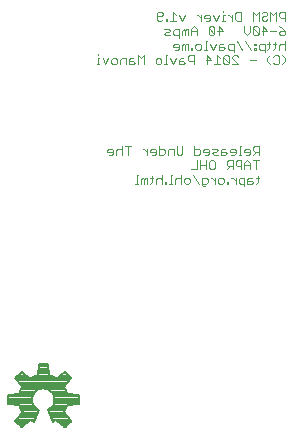
<source format=gbo>
G75*
%MOIN*%
%OFA0B0*%
%FSLAX24Y24*%
%IPPOS*%
%LPD*%
%AMOC8*
5,1,8,0,0,1.08239X$1,22.5*
%
%ADD10C,0.0030*%
%ADD11C,0.0079*%
D10*
X006877Y015042D02*
X006829Y015091D01*
X006829Y015333D01*
X006974Y015333D01*
X007022Y015284D01*
X007022Y015187D01*
X006974Y015139D01*
X006829Y015139D01*
X006727Y015139D02*
X006534Y015429D01*
X006433Y015284D02*
X006433Y015187D01*
X006384Y015139D01*
X006288Y015139D01*
X006239Y015187D01*
X006239Y015284D01*
X006288Y015333D01*
X006384Y015333D01*
X006433Y015284D01*
X006138Y015284D02*
X006090Y015333D01*
X005993Y015333D01*
X005945Y015284D01*
X005945Y015139D01*
X005843Y015139D02*
X005747Y015139D01*
X005795Y015139D02*
X005795Y015429D01*
X005843Y015429D01*
X006138Y015429D02*
X006138Y015139D01*
X005647Y015139D02*
X005599Y015139D01*
X005599Y015187D01*
X005647Y015187D01*
X005647Y015139D01*
X005500Y015139D02*
X005500Y015429D01*
X005451Y015333D02*
X005355Y015333D01*
X005306Y015284D01*
X005306Y015139D01*
X005157Y015187D02*
X005157Y015381D01*
X005205Y015333D02*
X005108Y015333D01*
X005009Y015333D02*
X004960Y015333D01*
X004912Y015284D01*
X004864Y015333D01*
X004815Y015284D01*
X004815Y015139D01*
X004912Y015139D02*
X004912Y015284D01*
X005009Y015333D02*
X005009Y015139D01*
X005108Y015139D02*
X005157Y015187D01*
X005451Y015333D02*
X005500Y015284D01*
X004714Y015139D02*
X004617Y015139D01*
X004666Y015139D02*
X004666Y015429D01*
X004714Y015429D01*
X005009Y016099D02*
X005009Y016293D01*
X005009Y016196D02*
X004912Y016293D01*
X004864Y016293D01*
X005110Y016244D02*
X005110Y016196D01*
X005303Y016196D01*
X005303Y016244D02*
X005255Y016293D01*
X005158Y016293D01*
X005110Y016244D01*
X005158Y016099D02*
X005255Y016099D01*
X005303Y016147D01*
X005303Y016244D01*
X005404Y016293D02*
X005550Y016293D01*
X005598Y016244D01*
X005598Y016147D01*
X005550Y016099D01*
X005404Y016099D01*
X005404Y016389D01*
X005699Y016244D02*
X005699Y016099D01*
X005699Y016244D02*
X005747Y016293D01*
X005893Y016293D01*
X005893Y016099D01*
X005994Y016147D02*
X005994Y016389D01*
X006187Y016389D02*
X006187Y016147D01*
X006139Y016099D01*
X006042Y016099D01*
X005994Y016147D01*
X006583Y016099D02*
X006583Y016389D01*
X006583Y016293D02*
X006728Y016293D01*
X006777Y016244D01*
X006777Y016147D01*
X006728Y016099D01*
X006583Y016099D01*
X006678Y015909D02*
X006678Y015619D01*
X006485Y015619D01*
X006779Y015619D02*
X006779Y015909D01*
X006779Y015764D02*
X006973Y015764D01*
X007074Y015667D02*
X007074Y015861D01*
X007123Y015909D01*
X007219Y015909D01*
X007268Y015861D01*
X007268Y015667D01*
X007219Y015619D01*
X007123Y015619D01*
X007074Y015667D01*
X006973Y015619D02*
X006973Y015909D01*
X006926Y016099D02*
X007023Y016099D01*
X007071Y016147D01*
X007071Y016244D01*
X007023Y016293D01*
X006926Y016293D01*
X006878Y016244D01*
X006878Y016196D01*
X007071Y016196D01*
X007172Y016147D02*
X007221Y016196D01*
X007317Y016196D01*
X007366Y016244D01*
X007317Y016293D01*
X007172Y016293D01*
X007172Y016147D02*
X007221Y016099D01*
X007366Y016099D01*
X007467Y016099D02*
X007612Y016099D01*
X007661Y016147D01*
X007612Y016196D01*
X007467Y016196D01*
X007467Y016244D02*
X007467Y016099D01*
X007467Y016244D02*
X007515Y016293D01*
X007612Y016293D01*
X007762Y016244D02*
X007810Y016293D01*
X007907Y016293D01*
X007955Y016244D01*
X007955Y016147D01*
X007907Y016099D01*
X007810Y016099D01*
X007762Y016196D02*
X007955Y016196D01*
X008055Y016099D02*
X008152Y016099D01*
X008103Y016099D02*
X008103Y016389D01*
X008152Y016389D01*
X008253Y016244D02*
X008253Y016196D01*
X008446Y016196D01*
X008446Y016244D02*
X008398Y016293D01*
X008301Y016293D01*
X008253Y016244D01*
X008301Y016099D02*
X008398Y016099D01*
X008446Y016147D01*
X008446Y016244D01*
X008547Y016244D02*
X008596Y016196D01*
X008741Y016196D01*
X008644Y016196D02*
X008547Y016099D01*
X008547Y016244D02*
X008547Y016341D01*
X008596Y016389D01*
X008741Y016389D01*
X008741Y016099D01*
X008741Y015909D02*
X008547Y015909D01*
X008644Y015909D02*
X008644Y015619D01*
X008446Y015619D02*
X008446Y015813D01*
X008349Y015909D01*
X008253Y015813D01*
X008253Y015619D01*
X008152Y015619D02*
X008152Y015909D01*
X008006Y015909D01*
X007958Y015861D01*
X007958Y015764D01*
X008006Y015716D01*
X008152Y015716D01*
X008253Y015764D02*
X008446Y015764D01*
X008693Y015381D02*
X008693Y015187D01*
X008644Y015139D01*
X008544Y015187D02*
X008496Y015236D01*
X008351Y015236D01*
X008351Y015284D02*
X008351Y015139D01*
X008496Y015139D01*
X008544Y015187D01*
X008496Y015333D02*
X008399Y015333D01*
X008351Y015284D01*
X008250Y015333D02*
X008250Y015042D01*
X008250Y015139D02*
X008105Y015139D01*
X008056Y015187D01*
X008056Y015284D01*
X008105Y015333D01*
X008250Y015333D01*
X007955Y015333D02*
X007955Y015139D01*
X007955Y015236D02*
X007858Y015333D01*
X007810Y015333D01*
X007710Y015187D02*
X007661Y015187D01*
X007661Y015139D01*
X007710Y015139D01*
X007710Y015187D01*
X007562Y015187D02*
X007514Y015139D01*
X007417Y015139D01*
X007369Y015187D01*
X007369Y015284D01*
X007417Y015333D01*
X007514Y015333D01*
X007562Y015284D01*
X007562Y015187D01*
X007268Y015139D02*
X007268Y015333D01*
X007171Y015333D02*
X007123Y015333D01*
X007171Y015333D02*
X007268Y015236D01*
X006925Y015042D02*
X006877Y015042D01*
X007663Y015619D02*
X007760Y015716D01*
X007712Y015716D02*
X007857Y015716D01*
X007857Y015619D02*
X007857Y015909D01*
X007712Y015909D01*
X007663Y015861D01*
X007663Y015764D01*
X007712Y015716D01*
X007762Y016196D02*
X007762Y016244D01*
X008644Y015333D02*
X008741Y015333D01*
X004468Y016389D02*
X004275Y016389D01*
X004372Y016389D02*
X004372Y016099D01*
X004174Y016099D02*
X004174Y016389D01*
X004125Y016293D02*
X004029Y016293D01*
X003980Y016244D01*
X003980Y016099D01*
X003879Y016147D02*
X003879Y016244D01*
X003831Y016293D01*
X003734Y016293D01*
X003686Y016244D01*
X003686Y016196D01*
X003879Y016196D01*
X003879Y016147D02*
X003831Y016099D01*
X003734Y016099D01*
X004125Y016293D02*
X004174Y016244D01*
X004111Y019124D02*
X004111Y019269D01*
X004159Y019317D01*
X004304Y019317D01*
X004304Y019124D01*
X004406Y019124D02*
X004551Y019124D01*
X004599Y019172D01*
X004551Y019220D01*
X004406Y019220D01*
X004406Y019269D02*
X004406Y019124D01*
X004406Y019269D02*
X004454Y019317D01*
X004551Y019317D01*
X004700Y019414D02*
X004700Y019124D01*
X004894Y019124D02*
X004894Y019414D01*
X004797Y019317D01*
X004700Y019414D01*
X005289Y019269D02*
X005289Y019172D01*
X005338Y019124D01*
X005435Y019124D01*
X005483Y019172D01*
X005483Y019269D01*
X005435Y019317D01*
X005338Y019317D01*
X005289Y019269D01*
X005583Y019124D02*
X005679Y019124D01*
X005631Y019124D02*
X005631Y019414D01*
X005679Y019414D01*
X005781Y019317D02*
X005877Y019124D01*
X005974Y019317D01*
X006075Y019269D02*
X006075Y019124D01*
X006220Y019124D01*
X006269Y019172D01*
X006220Y019220D01*
X006075Y019220D01*
X006075Y019269D02*
X006124Y019317D01*
X006220Y019317D01*
X006370Y019269D02*
X006418Y019220D01*
X006563Y019220D01*
X006563Y019124D02*
X006563Y019414D01*
X006418Y019414D01*
X006370Y019366D01*
X006370Y019269D01*
X006367Y019604D02*
X006367Y019797D01*
X006319Y019797D01*
X006270Y019749D01*
X006222Y019797D01*
X006173Y019749D01*
X006173Y019604D01*
X006270Y019604D02*
X006270Y019749D01*
X006072Y019749D02*
X006024Y019797D01*
X005927Y019797D01*
X005879Y019749D01*
X005879Y019700D01*
X006072Y019700D01*
X006072Y019652D02*
X006072Y019749D01*
X006072Y019652D02*
X006024Y019604D01*
X005927Y019604D01*
X006072Y019987D02*
X006072Y020277D01*
X005927Y020277D01*
X005879Y020229D01*
X005879Y020132D01*
X005927Y020084D01*
X006072Y020084D01*
X006173Y020084D02*
X006173Y020229D01*
X006222Y020277D01*
X006270Y020229D01*
X006270Y020084D01*
X006367Y020084D02*
X006367Y020277D01*
X006319Y020277D01*
X006270Y020229D01*
X006468Y020229D02*
X006662Y020229D01*
X006662Y020277D02*
X006565Y020374D01*
X006468Y020277D01*
X006468Y020084D01*
X006662Y020084D02*
X006662Y020277D01*
X006809Y020564D02*
X006809Y020757D01*
X006809Y020660D02*
X006712Y020757D01*
X006664Y020757D01*
X006910Y020709D02*
X006910Y020660D01*
X007104Y020660D01*
X007104Y020612D02*
X007104Y020709D01*
X007055Y020757D01*
X006958Y020757D01*
X006910Y020709D01*
X006958Y020564D02*
X007055Y020564D01*
X007104Y020612D01*
X007205Y020757D02*
X007301Y020564D01*
X007398Y020757D01*
X007546Y020757D02*
X007546Y020564D01*
X007498Y020564D02*
X007595Y020564D01*
X007595Y020757D02*
X007546Y020757D01*
X007546Y020854D02*
X007546Y020902D01*
X007695Y020757D02*
X007743Y020757D01*
X007840Y020660D01*
X007840Y020564D02*
X007840Y020757D01*
X007941Y020806D02*
X007990Y020854D01*
X008135Y020854D01*
X008135Y020564D01*
X007990Y020564D01*
X007941Y020612D01*
X007941Y020806D01*
X008531Y020854D02*
X008531Y020564D01*
X008724Y020564D02*
X008724Y020854D01*
X008627Y020757D01*
X008531Y020854D01*
X008825Y020806D02*
X008874Y020854D01*
X008970Y020854D01*
X009019Y020806D01*
X009019Y020757D01*
X008970Y020709D01*
X008874Y020709D01*
X008825Y020660D01*
X008825Y020612D01*
X008874Y020564D01*
X008970Y020564D01*
X009019Y020612D01*
X009120Y020564D02*
X009120Y020854D01*
X009217Y020757D01*
X009313Y020854D01*
X009313Y020564D01*
X009415Y020709D02*
X009463Y020660D01*
X009608Y020660D01*
X009608Y020564D02*
X009608Y020854D01*
X009463Y020854D01*
X009415Y020806D01*
X009415Y020709D01*
X009415Y020374D02*
X009511Y020326D01*
X009608Y020229D01*
X009463Y020229D01*
X009415Y020180D01*
X009415Y020132D01*
X009463Y020084D01*
X009560Y020084D01*
X009608Y020132D01*
X009608Y020229D01*
X009313Y020229D02*
X009120Y020229D01*
X009019Y020229D02*
X008825Y020229D01*
X008724Y020326D02*
X008676Y020374D01*
X008579Y020374D01*
X008531Y020326D01*
X008724Y020132D01*
X008676Y020084D01*
X008579Y020084D01*
X008531Y020132D01*
X008531Y020326D01*
X008430Y020374D02*
X008430Y020180D01*
X008333Y020084D01*
X008236Y020180D01*
X008236Y020374D01*
X008285Y019894D02*
X008479Y019604D01*
X008578Y019604D02*
X008626Y019604D01*
X008626Y019652D01*
X008578Y019652D01*
X008578Y019604D01*
X008578Y019749D02*
X008626Y019749D01*
X008626Y019797D01*
X008578Y019797D01*
X008578Y019749D01*
X008727Y019749D02*
X008727Y019652D01*
X008775Y019604D01*
X008921Y019604D01*
X008921Y019507D02*
X008921Y019797D01*
X008775Y019797D01*
X008727Y019749D01*
X009020Y019797D02*
X009117Y019797D01*
X009069Y019846D02*
X009069Y019652D01*
X009020Y019604D01*
X009217Y019604D02*
X009265Y019652D01*
X009265Y019846D01*
X009313Y019797D02*
X009217Y019797D01*
X009415Y019749D02*
X009415Y019604D01*
X009415Y019749D02*
X009463Y019797D01*
X009560Y019797D01*
X009608Y019749D01*
X009608Y019894D02*
X009608Y019604D01*
X009511Y019414D02*
X009608Y019317D01*
X009608Y019220D01*
X009511Y019124D01*
X009412Y019172D02*
X009363Y019124D01*
X009267Y019124D01*
X009218Y019172D01*
X009117Y019124D02*
X009020Y019220D01*
X009020Y019317D01*
X009117Y019414D01*
X009218Y019366D02*
X009267Y019414D01*
X009363Y019414D01*
X009412Y019366D01*
X009412Y019172D01*
X008626Y019269D02*
X008432Y019269D01*
X008037Y019366D02*
X007988Y019414D01*
X007892Y019414D01*
X007843Y019366D01*
X007843Y019317D01*
X008037Y019124D01*
X007843Y019124D01*
X007742Y019172D02*
X007548Y019366D01*
X007548Y019172D01*
X007597Y019124D01*
X007694Y019124D01*
X007742Y019172D01*
X007742Y019366D01*
X007694Y019414D01*
X007597Y019414D01*
X007548Y019366D01*
X007447Y019317D02*
X007351Y019414D01*
X007351Y019124D01*
X007447Y019124D02*
X007254Y019124D01*
X007153Y019269D02*
X006959Y019269D01*
X007008Y019414D02*
X007153Y019269D01*
X007008Y019124D02*
X007008Y019414D01*
X007005Y019604D02*
X006909Y019604D01*
X006957Y019604D02*
X006957Y019894D01*
X007005Y019894D01*
X007107Y019797D02*
X007203Y019604D01*
X007300Y019797D01*
X007401Y019749D02*
X007401Y019604D01*
X007546Y019604D01*
X007595Y019652D01*
X007546Y019700D01*
X007401Y019700D01*
X007401Y019749D02*
X007450Y019797D01*
X007546Y019797D01*
X007696Y019749D02*
X007696Y019652D01*
X007744Y019604D01*
X007889Y019604D01*
X007889Y019507D02*
X007889Y019797D01*
X007744Y019797D01*
X007696Y019749D01*
X007990Y019894D02*
X008184Y019604D01*
X008724Y020132D02*
X008724Y020326D01*
X008874Y020374D02*
X009019Y020229D01*
X008874Y020084D02*
X008874Y020374D01*
X007546Y020229D02*
X007352Y020229D01*
X007251Y020132D02*
X007251Y020326D01*
X007203Y020374D01*
X007106Y020374D01*
X007057Y020326D01*
X007251Y020132D01*
X007203Y020084D01*
X007106Y020084D01*
X007057Y020132D01*
X007057Y020326D01*
X007400Y020374D02*
X007400Y020084D01*
X007546Y020229D02*
X007400Y020374D01*
X006809Y019749D02*
X006809Y019652D01*
X006761Y019604D01*
X006664Y019604D01*
X006615Y019652D01*
X006615Y019749D01*
X006664Y019797D01*
X006761Y019797D01*
X006809Y019749D01*
X006514Y019652D02*
X006466Y019652D01*
X006466Y019604D01*
X006514Y019604D01*
X006514Y019652D01*
X005778Y020084D02*
X005633Y020084D01*
X005584Y020132D01*
X005633Y020180D01*
X005729Y020180D01*
X005778Y020229D01*
X005729Y020277D01*
X005584Y020277D01*
X005631Y020564D02*
X005679Y020564D01*
X005679Y020612D01*
X005631Y020612D01*
X005631Y020564D01*
X005532Y020612D02*
X005484Y020564D01*
X005387Y020564D01*
X005339Y020612D01*
X005339Y020806D01*
X005387Y020854D01*
X005484Y020854D01*
X005532Y020806D01*
X005532Y020757D01*
X005484Y020709D01*
X005339Y020709D01*
X005781Y020564D02*
X005974Y020564D01*
X005877Y020564D02*
X005877Y020854D01*
X005974Y020757D01*
X006075Y020757D02*
X006172Y020564D01*
X006269Y020757D01*
X004010Y019269D02*
X004010Y019172D01*
X003961Y019124D01*
X003865Y019124D01*
X003816Y019172D01*
X003816Y019269D01*
X003865Y019317D01*
X003961Y019317D01*
X004010Y019269D01*
X003715Y019317D02*
X003618Y019124D01*
X003522Y019317D01*
X003420Y019317D02*
X003372Y019317D01*
X003372Y019124D01*
X003420Y019124D02*
X003324Y019124D01*
X003372Y019414D02*
X003372Y019462D01*
D11*
X001118Y007253D02*
X000821Y007011D01*
X000618Y007214D01*
X000860Y007511D01*
X000816Y007590D01*
X000782Y007673D01*
X000757Y007759D01*
X000376Y007797D01*
X000376Y008085D01*
X000757Y008124D01*
X000782Y008210D01*
X000816Y008293D01*
X000860Y008372D01*
X000618Y008669D01*
X000821Y008872D01*
X001118Y008630D01*
X001197Y008673D01*
X001279Y008708D01*
X001366Y008733D01*
X001404Y009114D01*
X001692Y009114D01*
X001731Y008733D01*
X001817Y008708D01*
X001900Y008673D01*
X001979Y008630D01*
X002275Y008872D01*
X002479Y008669D01*
X002237Y008372D01*
X002280Y008293D01*
X002315Y008210D01*
X002340Y008124D01*
X002721Y008085D01*
X002721Y007797D01*
X002340Y007759D01*
X002315Y007673D01*
X002280Y007590D01*
X002237Y007511D01*
X002479Y007214D01*
X002275Y007011D01*
X001979Y007253D01*
X001920Y007220D01*
X001859Y007191D01*
X001690Y007600D01*
X001753Y007635D01*
X001809Y007680D01*
X001855Y007736D01*
X001889Y007800D01*
X001910Y007869D01*
X001917Y007941D01*
X001910Y008013D01*
X001889Y008083D01*
X001855Y008146D01*
X001809Y008202D01*
X001753Y008248D01*
X001690Y008282D01*
X001620Y008303D01*
X001548Y008311D01*
X001476Y008303D01*
X001407Y008282D01*
X001343Y008248D01*
X001287Y008202D01*
X001241Y008146D01*
X001207Y008083D01*
X001186Y008013D01*
X001179Y007941D01*
X001186Y007869D01*
X001207Y007800D01*
X001241Y007736D01*
X001287Y007680D01*
X001343Y007635D01*
X001407Y007600D01*
X001238Y007191D01*
X001177Y007220D01*
X001118Y007253D01*
X001043Y007192D02*
X000640Y007192D01*
X000662Y007269D02*
X001270Y007269D01*
X001302Y007346D02*
X000725Y007346D01*
X000788Y007424D02*
X001334Y007424D01*
X001366Y007501D02*
X000851Y007501D01*
X000823Y007578D02*
X001398Y007578D01*
X001318Y007655D02*
X000789Y007655D01*
X000765Y007732D02*
X001245Y007732D01*
X001204Y007810D02*
X000376Y007810D01*
X000376Y007887D02*
X001185Y007887D01*
X001181Y007964D02*
X000376Y007964D01*
X000376Y008041D02*
X001195Y008041D01*
X001227Y008119D02*
X000704Y008119D01*
X000778Y008196D02*
X001282Y008196D01*
X001390Y008273D02*
X000808Y008273D01*
X000848Y008350D02*
X002249Y008350D01*
X002283Y008428D02*
X000814Y008428D01*
X000751Y008505D02*
X002346Y008505D01*
X002409Y008582D02*
X000688Y008582D01*
X000625Y008659D02*
X001082Y008659D01*
X001171Y008659D02*
X001925Y008659D01*
X002015Y008659D02*
X002472Y008659D01*
X002411Y008737D02*
X002109Y008737D01*
X002204Y008814D02*
X002334Y008814D01*
X002288Y008273D02*
X001707Y008273D01*
X001815Y008196D02*
X002319Y008196D01*
X002393Y008119D02*
X001870Y008119D01*
X001902Y008041D02*
X002721Y008041D01*
X002721Y007964D02*
X001915Y007964D01*
X001912Y007887D02*
X002721Y007887D01*
X002721Y007810D02*
X001892Y007810D01*
X001852Y007732D02*
X002332Y007732D01*
X002307Y007655D02*
X001779Y007655D01*
X001699Y007578D02*
X002274Y007578D01*
X002245Y007501D02*
X001731Y007501D01*
X001763Y007424D02*
X002308Y007424D01*
X002371Y007346D02*
X001795Y007346D01*
X001827Y007269D02*
X002434Y007269D01*
X002457Y007192D02*
X002053Y007192D01*
X002148Y007115D02*
X002379Y007115D01*
X002302Y007037D02*
X002243Y007037D01*
X001860Y007192D02*
X001859Y007192D01*
X001238Y007192D02*
X001236Y007192D01*
X000948Y007115D02*
X000717Y007115D01*
X000795Y007037D02*
X000854Y007037D01*
X000987Y008737D02*
X000686Y008737D01*
X000763Y008814D02*
X000893Y008814D01*
X001366Y008737D02*
X001731Y008737D01*
X001723Y008814D02*
X001374Y008814D01*
X001382Y008891D02*
X001715Y008891D01*
X001707Y008968D02*
X001390Y008968D01*
X001397Y009046D02*
X001699Y009046D01*
M02*

</source>
